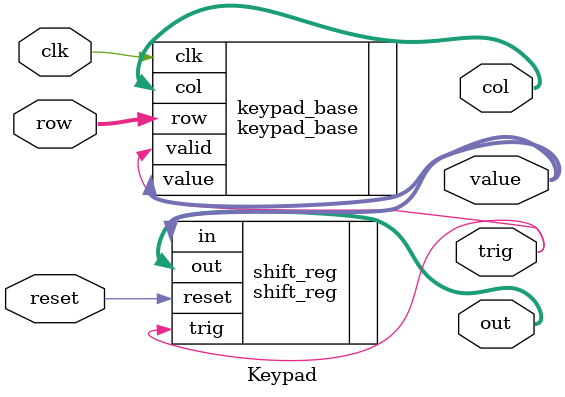
<source format=sv>
module Keypad #( parameter DIGITS = 4) // Depends: keypad_base(clock_div,keypad_fsm,keypad_decoder), shift_reg
( 
	input clk,
	input reset,
	input [3:0] row,
	output [3:0] col,
	output [(DIGITS*4)-1:0] out,
	// Debug
	output [3:0] value,
	output trig
);

//Key Pad base
 keypad_base keypad_base(
	.clk(clk),
	.row(row),
	.col(col),
	.value(value),
	.valid(trig)
 );

 //Shift Register
 shift_reg #(.COUNT(DIGITS)) shift_reg(
	.trig(trig),
	.in(value),
	.out(out),
	.reset(reset)
 );
 endmodule

</source>
